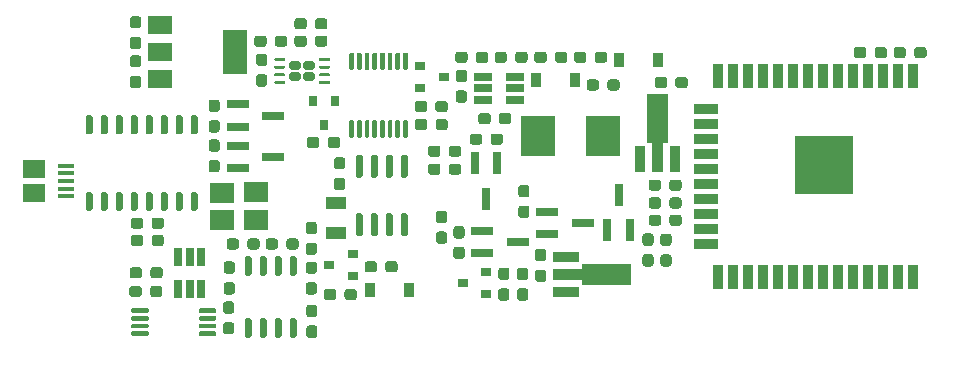
<source format=gbr>
G04 #@! TF.GenerationSoftware,KiCad,Pcbnew,(5.1.8)-1*
G04 #@! TF.CreationDate,2020-12-07T15:13:13+01:00*
G04 #@! TF.ProjectId,SuperPower-uC-KiCad,53757065-7250-46f7-9765-722d75432d4b,rev?*
G04 #@! TF.SameCoordinates,Original*
G04 #@! TF.FileFunction,Paste,Top*
G04 #@! TF.FilePolarity,Positive*
%FSLAX46Y46*%
G04 Gerber Fmt 4.6, Leading zero omitted, Abs format (unit mm)*
G04 Created by KiCad (PCBNEW (5.1.8)-1) date 2020-12-07 15:13:13*
%MOMM*%
%LPD*%
G01*
G04 APERTURE LIST*
%ADD10R,0.900000X1.200000*%
%ADD11R,1.900000X0.800000*%
%ADD12R,0.800000X0.900000*%
%ADD13R,2.100000X1.800000*%
%ADD14R,1.900000X1.500000*%
%ADD15R,1.350000X0.400000*%
%ADD16R,2.950000X3.500000*%
%ADD17R,1.800000X1.000000*%
%ADD18R,0.900000X2.000000*%
%ADD19R,2.000000X0.900000*%
%ADD20R,5.000000X5.000000*%
%ADD21C,0.100000*%
%ADD22R,0.900000X2.300000*%
%ADD23R,2.300000X0.900000*%
%ADD24R,1.560000X0.650000*%
%ADD25R,0.800000X1.900000*%
%ADD26R,2.000000X1.500000*%
%ADD27R,2.000000X3.800000*%
%ADD28R,0.650000X1.560000*%
%ADD29R,0.900000X0.800000*%
G04 APERTURE END LIST*
D10*
X156335000Y-99340200D03*
X153035000Y-99340200D03*
X135303800Y-118771200D03*
X132003800Y-118771200D03*
G36*
G01*
X124197600Y-114672900D02*
X124197600Y-115147900D01*
G75*
G02*
X123960100Y-115385400I-237500J0D01*
G01*
X123385100Y-115385400D01*
G75*
G02*
X123147600Y-115147900I0J237500D01*
G01*
X123147600Y-114672900D01*
G75*
G02*
X123385100Y-114435400I237500J0D01*
G01*
X123960100Y-114435400D01*
G75*
G02*
X124197600Y-114672900I0J-237500D01*
G01*
G37*
G36*
G01*
X125947600Y-114672900D02*
X125947600Y-115147900D01*
G75*
G02*
X125710100Y-115385400I-237500J0D01*
G01*
X125135100Y-115385400D01*
G75*
G02*
X124897600Y-115147900I0J237500D01*
G01*
X124897600Y-114672900D01*
G75*
G02*
X125135100Y-114435400I237500J0D01*
G01*
X125710100Y-114435400D01*
G75*
G02*
X125947600Y-114672900I0J-237500D01*
G01*
G37*
G36*
G01*
X127702800Y-106087700D02*
X127702800Y-106562700D01*
G75*
G02*
X127465300Y-106800200I-237500J0D01*
G01*
X126890300Y-106800200D01*
G75*
G02*
X126652800Y-106562700I0J237500D01*
G01*
X126652800Y-106087700D01*
G75*
G02*
X126890300Y-105850200I237500J0D01*
G01*
X127465300Y-105850200D01*
G75*
G02*
X127702800Y-106087700I0J-237500D01*
G01*
G37*
G36*
G01*
X129452800Y-106087700D02*
X129452800Y-106562700D01*
G75*
G02*
X129215300Y-106800200I-237500J0D01*
G01*
X128640300Y-106800200D01*
G75*
G02*
X128402800Y-106562700I0J237500D01*
G01*
X128402800Y-106087700D01*
G75*
G02*
X128640300Y-105850200I237500J0D01*
G01*
X129215300Y-105850200D01*
G75*
G02*
X129452800Y-106087700I0J-237500D01*
G01*
G37*
G36*
G01*
X139284700Y-115147400D02*
X139759700Y-115147400D01*
G75*
G02*
X139997200Y-115384900I0J-237500D01*
G01*
X139997200Y-115959900D01*
G75*
G02*
X139759700Y-116197400I-237500J0D01*
G01*
X139284700Y-116197400D01*
G75*
G02*
X139047200Y-115959900I0J237500D01*
G01*
X139047200Y-115384900D01*
G75*
G02*
X139284700Y-115147400I237500J0D01*
G01*
G37*
G36*
G01*
X139284700Y-113397400D02*
X139759700Y-113397400D01*
G75*
G02*
X139997200Y-113634900I0J-237500D01*
G01*
X139997200Y-114209900D01*
G75*
G02*
X139759700Y-114447400I-237500J0D01*
G01*
X139284700Y-114447400D01*
G75*
G02*
X139047200Y-114209900I0J237500D01*
G01*
X139047200Y-113634900D01*
G75*
G02*
X139284700Y-113397400I237500J0D01*
G01*
G37*
G36*
G01*
X120895600Y-114672900D02*
X120895600Y-115147900D01*
G75*
G02*
X120658100Y-115385400I-237500J0D01*
G01*
X120083100Y-115385400D01*
G75*
G02*
X119845600Y-115147900I0J237500D01*
G01*
X119845600Y-114672900D01*
G75*
G02*
X120083100Y-114435400I237500J0D01*
G01*
X120658100Y-114435400D01*
G75*
G02*
X120895600Y-114672900I0J-237500D01*
G01*
G37*
G36*
G01*
X122645600Y-114672900D02*
X122645600Y-115147900D01*
G75*
G02*
X122408100Y-115385400I-237500J0D01*
G01*
X121833100Y-115385400D01*
G75*
G02*
X121595600Y-115147900I0J237500D01*
G01*
X121595600Y-114672900D01*
G75*
G02*
X121833100Y-114435400I237500J0D01*
G01*
X122408100Y-114435400D01*
G75*
G02*
X122645600Y-114672900I0J-237500D01*
G01*
G37*
G36*
G01*
X145246100Y-110965000D02*
X144771100Y-110965000D01*
G75*
G02*
X144533600Y-110727500I0J237500D01*
G01*
X144533600Y-110152500D01*
G75*
G02*
X144771100Y-109915000I237500J0D01*
G01*
X145246100Y-109915000D01*
G75*
G02*
X145483600Y-110152500I0J-237500D01*
G01*
X145483600Y-110727500D01*
G75*
G02*
X145246100Y-110965000I-237500J0D01*
G01*
G37*
G36*
G01*
X145246100Y-112715000D02*
X144771100Y-112715000D01*
G75*
G02*
X144533600Y-112477500I0J237500D01*
G01*
X144533600Y-111902500D01*
G75*
G02*
X144771100Y-111665000I237500J0D01*
G01*
X145246100Y-111665000D01*
G75*
G02*
X145483600Y-111902500I0J-237500D01*
G01*
X145483600Y-112477500D01*
G75*
G02*
X145246100Y-112715000I-237500J0D01*
G01*
G37*
G36*
G01*
X138286500Y-113149400D02*
X137811500Y-113149400D01*
G75*
G02*
X137574000Y-112911900I0J237500D01*
G01*
X137574000Y-112336900D01*
G75*
G02*
X137811500Y-112099400I237500J0D01*
G01*
X138286500Y-112099400D01*
G75*
G02*
X138524000Y-112336900I0J-237500D01*
G01*
X138524000Y-112911900D01*
G75*
G02*
X138286500Y-113149400I-237500J0D01*
G01*
G37*
G36*
G01*
X138286500Y-114899400D02*
X137811500Y-114899400D01*
G75*
G02*
X137574000Y-114661900I0J237500D01*
G01*
X137574000Y-114086900D01*
G75*
G02*
X137811500Y-113849400I237500J0D01*
G01*
X138286500Y-113849400D01*
G75*
G02*
X138524000Y-114086900I0J-237500D01*
G01*
X138524000Y-114661900D01*
G75*
G02*
X138286500Y-114899400I-237500J0D01*
G01*
G37*
G36*
G01*
X142208800Y-104055700D02*
X142208800Y-104530700D01*
G75*
G02*
X141971300Y-104768200I-237500J0D01*
G01*
X141396300Y-104768200D01*
G75*
G02*
X141158800Y-104530700I0J237500D01*
G01*
X141158800Y-104055700D01*
G75*
G02*
X141396300Y-103818200I237500J0D01*
G01*
X141971300Y-103818200D01*
G75*
G02*
X142208800Y-104055700I0J-237500D01*
G01*
G37*
G36*
G01*
X143958800Y-104055700D02*
X143958800Y-104530700D01*
G75*
G02*
X143721300Y-104768200I-237500J0D01*
G01*
X143146300Y-104768200D01*
G75*
G02*
X142908800Y-104530700I0J237500D01*
G01*
X142908800Y-104055700D01*
G75*
G02*
X143146300Y-103818200I237500J0D01*
G01*
X143721300Y-103818200D01*
G75*
G02*
X143958800Y-104055700I0J-237500D01*
G01*
G37*
G36*
G01*
X155761700Y-115068400D02*
X155286700Y-115068400D01*
G75*
G02*
X155049200Y-114830900I0J237500D01*
G01*
X155049200Y-114255900D01*
G75*
G02*
X155286700Y-114018400I237500J0D01*
G01*
X155761700Y-114018400D01*
G75*
G02*
X155999200Y-114255900I0J-237500D01*
G01*
X155999200Y-114830900D01*
G75*
G02*
X155761700Y-115068400I-237500J0D01*
G01*
G37*
G36*
G01*
X155761700Y-116818400D02*
X155286700Y-116818400D01*
G75*
G02*
X155049200Y-116580900I0J237500D01*
G01*
X155049200Y-116005900D01*
G75*
G02*
X155286700Y-115768400I237500J0D01*
G01*
X155761700Y-115768400D01*
G75*
G02*
X155999200Y-116005900I0J-237500D01*
G01*
X155999200Y-116580900D01*
G75*
G02*
X155761700Y-116818400I-237500J0D01*
G01*
G37*
G36*
G01*
X156810700Y-115779800D02*
X157285700Y-115779800D01*
G75*
G02*
X157523200Y-116017300I0J-237500D01*
G01*
X157523200Y-116592300D01*
G75*
G02*
X157285700Y-116829800I-237500J0D01*
G01*
X156810700Y-116829800D01*
G75*
G02*
X156573200Y-116592300I0J237500D01*
G01*
X156573200Y-116017300D01*
G75*
G02*
X156810700Y-115779800I237500J0D01*
G01*
G37*
G36*
G01*
X156810700Y-114029800D02*
X157285700Y-114029800D01*
G75*
G02*
X157523200Y-114267300I0J-237500D01*
G01*
X157523200Y-114842300D01*
G75*
G02*
X157285700Y-115079800I-237500J0D01*
G01*
X156810700Y-115079800D01*
G75*
G02*
X156573200Y-114842300I0J237500D01*
G01*
X156573200Y-114267300D01*
G75*
G02*
X156810700Y-114029800I237500J0D01*
G01*
G37*
D11*
X149989800Y-113147600D03*
X146989800Y-114097600D03*
X146989800Y-112197600D03*
D12*
X128107400Y-104820000D03*
X127157400Y-102820000D03*
X129057400Y-102820000D03*
D11*
X123777000Y-107559600D03*
X120777000Y-108509600D03*
X120777000Y-106609600D03*
X123777000Y-104039200D03*
X120777000Y-104989200D03*
X120777000Y-103089200D03*
G36*
G01*
X136835400Y-104563700D02*
X136835400Y-105038700D01*
G75*
G02*
X136597900Y-105276200I-237500J0D01*
G01*
X136022900Y-105276200D01*
G75*
G02*
X135785400Y-105038700I0J237500D01*
G01*
X135785400Y-104563700D01*
G75*
G02*
X136022900Y-104326200I237500J0D01*
G01*
X136597900Y-104326200D01*
G75*
G02*
X136835400Y-104563700I0J-237500D01*
G01*
G37*
G36*
G01*
X138585400Y-104563700D02*
X138585400Y-105038700D01*
G75*
G02*
X138347900Y-105276200I-237500J0D01*
G01*
X137772900Y-105276200D01*
G75*
G02*
X137535400Y-105038700I0J237500D01*
G01*
X137535400Y-104563700D01*
G75*
G02*
X137772900Y-104326200I237500J0D01*
G01*
X138347900Y-104326200D01*
G75*
G02*
X138585400Y-104563700I0J-237500D01*
G01*
G37*
G36*
G01*
X157144000Y-101007700D02*
X157144000Y-101482700D01*
G75*
G02*
X156906500Y-101720200I-237500J0D01*
G01*
X156331500Y-101720200D01*
G75*
G02*
X156094000Y-101482700I0J237500D01*
G01*
X156094000Y-101007700D01*
G75*
G02*
X156331500Y-100770200I237500J0D01*
G01*
X156906500Y-100770200D01*
G75*
G02*
X157144000Y-101007700I0J-237500D01*
G01*
G37*
G36*
G01*
X158894000Y-101007700D02*
X158894000Y-101482700D01*
G75*
G02*
X158656500Y-101720200I-237500J0D01*
G01*
X158081500Y-101720200D01*
G75*
G02*
X157844000Y-101482700I0J237500D01*
G01*
X157844000Y-101007700D01*
G75*
G02*
X158081500Y-100770200I237500J0D01*
G01*
X158656500Y-100770200D01*
G75*
G02*
X158894000Y-101007700I0J-237500D01*
G01*
G37*
G36*
G01*
X136824000Y-103039700D02*
X136824000Y-103514700D01*
G75*
G02*
X136586500Y-103752200I-237500J0D01*
G01*
X136011500Y-103752200D01*
G75*
G02*
X135774000Y-103514700I0J237500D01*
G01*
X135774000Y-103039700D01*
G75*
G02*
X136011500Y-102802200I237500J0D01*
G01*
X136586500Y-102802200D01*
G75*
G02*
X136824000Y-103039700I0J-237500D01*
G01*
G37*
G36*
G01*
X138574000Y-103039700D02*
X138574000Y-103514700D01*
G75*
G02*
X138336500Y-103752200I-237500J0D01*
G01*
X137761500Y-103752200D01*
G75*
G02*
X137524000Y-103514700I0J237500D01*
G01*
X137524000Y-103039700D01*
G75*
G02*
X137761500Y-102802200I237500J0D01*
G01*
X138336500Y-102802200D01*
G75*
G02*
X138574000Y-103039700I0J-237500D01*
G01*
G37*
D13*
X122331000Y-112846000D03*
X119431000Y-110553000D03*
X119431000Y-112839000D03*
X122331000Y-110546000D03*
D10*
X146024600Y-101042000D03*
X149324600Y-101042000D03*
D14*
X103537500Y-108585000D03*
D15*
X106237500Y-109585000D03*
X106237500Y-110235000D03*
X106237500Y-110885000D03*
X106237500Y-108285000D03*
X106237500Y-108935000D03*
D14*
X103537500Y-110585000D03*
D16*
X146227800Y-105766400D03*
X151677800Y-105766400D03*
D17*
X129095500Y-113942500D03*
X129095500Y-111442500D03*
D18*
X177927000Y-117729000D03*
X176657000Y-117729000D03*
X175387000Y-117729000D03*
X174117000Y-117729000D03*
X172847000Y-117729000D03*
X171577000Y-117729000D03*
X170307000Y-117729000D03*
X169037000Y-117729000D03*
X167767000Y-117729000D03*
X166497000Y-117729000D03*
X165227000Y-117729000D03*
X163957000Y-117729000D03*
X162687000Y-117729000D03*
X161417000Y-117729000D03*
D19*
X160417000Y-114944000D03*
X160417000Y-113674000D03*
X160417000Y-112404000D03*
X160417000Y-111134000D03*
X160417000Y-109864000D03*
X160417000Y-108594000D03*
X160417000Y-107324000D03*
X160417000Y-106054000D03*
X160417000Y-104784000D03*
X160417000Y-103514000D03*
D18*
X161417000Y-100729000D03*
X162687000Y-100729000D03*
X163957000Y-100729000D03*
X165227000Y-100729000D03*
X166497000Y-100729000D03*
X167767000Y-100729000D03*
X169037000Y-100729000D03*
X170307000Y-100729000D03*
X171577000Y-100729000D03*
X172847000Y-100729000D03*
X174117000Y-100729000D03*
X175387000Y-100729000D03*
X176657000Y-100729000D03*
X177927000Y-100729000D03*
D20*
X170427000Y-108229000D03*
D21*
G36*
X157203500Y-102237000D02*
G01*
X157203500Y-106362000D01*
X156787000Y-106362000D01*
X156787000Y-108837000D01*
X155887000Y-108837000D01*
X155887000Y-106362000D01*
X155470500Y-106362000D01*
X155470500Y-102237000D01*
X157203500Y-102237000D01*
G37*
D22*
X157837000Y-107687000D03*
X154837000Y-107687000D03*
D21*
G36*
X154049000Y-118341500D02*
G01*
X149924000Y-118341500D01*
X149924000Y-117925000D01*
X147449000Y-117925000D01*
X147449000Y-117025000D01*
X149924000Y-117025000D01*
X149924000Y-116608500D01*
X154049000Y-116608500D01*
X154049000Y-118341500D01*
G37*
D23*
X148599000Y-118975000D03*
X148599000Y-115975000D03*
D24*
X141554200Y-101729500D03*
X141554200Y-102679500D03*
X141554200Y-100779500D03*
X144254200Y-100779500D03*
X144254200Y-101729500D03*
X144254200Y-102679500D03*
G36*
G01*
X134890000Y-104428500D02*
X135090000Y-104428500D01*
G75*
G02*
X135190000Y-104528500I0J-100000D01*
G01*
X135190000Y-105803500D01*
G75*
G02*
X135090000Y-105903500I-100000J0D01*
G01*
X134890000Y-105903500D01*
G75*
G02*
X134790000Y-105803500I0J100000D01*
G01*
X134790000Y-104528500D01*
G75*
G02*
X134890000Y-104428500I100000J0D01*
G01*
G37*
G36*
G01*
X134240000Y-104428500D02*
X134440000Y-104428500D01*
G75*
G02*
X134540000Y-104528500I0J-100000D01*
G01*
X134540000Y-105803500D01*
G75*
G02*
X134440000Y-105903500I-100000J0D01*
G01*
X134240000Y-105903500D01*
G75*
G02*
X134140000Y-105803500I0J100000D01*
G01*
X134140000Y-104528500D01*
G75*
G02*
X134240000Y-104428500I100000J0D01*
G01*
G37*
G36*
G01*
X133590000Y-104428500D02*
X133790000Y-104428500D01*
G75*
G02*
X133890000Y-104528500I0J-100000D01*
G01*
X133890000Y-105803500D01*
G75*
G02*
X133790000Y-105903500I-100000J0D01*
G01*
X133590000Y-105903500D01*
G75*
G02*
X133490000Y-105803500I0J100000D01*
G01*
X133490000Y-104528500D01*
G75*
G02*
X133590000Y-104428500I100000J0D01*
G01*
G37*
G36*
G01*
X132940000Y-104428500D02*
X133140000Y-104428500D01*
G75*
G02*
X133240000Y-104528500I0J-100000D01*
G01*
X133240000Y-105803500D01*
G75*
G02*
X133140000Y-105903500I-100000J0D01*
G01*
X132940000Y-105903500D01*
G75*
G02*
X132840000Y-105803500I0J100000D01*
G01*
X132840000Y-104528500D01*
G75*
G02*
X132940000Y-104428500I100000J0D01*
G01*
G37*
G36*
G01*
X132290000Y-104428500D02*
X132490000Y-104428500D01*
G75*
G02*
X132590000Y-104528500I0J-100000D01*
G01*
X132590000Y-105803500D01*
G75*
G02*
X132490000Y-105903500I-100000J0D01*
G01*
X132290000Y-105903500D01*
G75*
G02*
X132190000Y-105803500I0J100000D01*
G01*
X132190000Y-104528500D01*
G75*
G02*
X132290000Y-104428500I100000J0D01*
G01*
G37*
G36*
G01*
X131640000Y-104428500D02*
X131840000Y-104428500D01*
G75*
G02*
X131940000Y-104528500I0J-100000D01*
G01*
X131940000Y-105803500D01*
G75*
G02*
X131840000Y-105903500I-100000J0D01*
G01*
X131640000Y-105903500D01*
G75*
G02*
X131540000Y-105803500I0J100000D01*
G01*
X131540000Y-104528500D01*
G75*
G02*
X131640000Y-104428500I100000J0D01*
G01*
G37*
G36*
G01*
X130990000Y-104428500D02*
X131190000Y-104428500D01*
G75*
G02*
X131290000Y-104528500I0J-100000D01*
G01*
X131290000Y-105803500D01*
G75*
G02*
X131190000Y-105903500I-100000J0D01*
G01*
X130990000Y-105903500D01*
G75*
G02*
X130890000Y-105803500I0J100000D01*
G01*
X130890000Y-104528500D01*
G75*
G02*
X130990000Y-104428500I100000J0D01*
G01*
G37*
G36*
G01*
X130340000Y-104428500D02*
X130540000Y-104428500D01*
G75*
G02*
X130640000Y-104528500I0J-100000D01*
G01*
X130640000Y-105803500D01*
G75*
G02*
X130540000Y-105903500I-100000J0D01*
G01*
X130340000Y-105903500D01*
G75*
G02*
X130240000Y-105803500I0J100000D01*
G01*
X130240000Y-104528500D01*
G75*
G02*
X130340000Y-104428500I100000J0D01*
G01*
G37*
G36*
G01*
X130340000Y-98703500D02*
X130540000Y-98703500D01*
G75*
G02*
X130640000Y-98803500I0J-100000D01*
G01*
X130640000Y-100078500D01*
G75*
G02*
X130540000Y-100178500I-100000J0D01*
G01*
X130340000Y-100178500D01*
G75*
G02*
X130240000Y-100078500I0J100000D01*
G01*
X130240000Y-98803500D01*
G75*
G02*
X130340000Y-98703500I100000J0D01*
G01*
G37*
G36*
G01*
X130990000Y-98703500D02*
X131190000Y-98703500D01*
G75*
G02*
X131290000Y-98803500I0J-100000D01*
G01*
X131290000Y-100078500D01*
G75*
G02*
X131190000Y-100178500I-100000J0D01*
G01*
X130990000Y-100178500D01*
G75*
G02*
X130890000Y-100078500I0J100000D01*
G01*
X130890000Y-98803500D01*
G75*
G02*
X130990000Y-98703500I100000J0D01*
G01*
G37*
G36*
G01*
X131640000Y-98703500D02*
X131840000Y-98703500D01*
G75*
G02*
X131940000Y-98803500I0J-100000D01*
G01*
X131940000Y-100078500D01*
G75*
G02*
X131840000Y-100178500I-100000J0D01*
G01*
X131640000Y-100178500D01*
G75*
G02*
X131540000Y-100078500I0J100000D01*
G01*
X131540000Y-98803500D01*
G75*
G02*
X131640000Y-98703500I100000J0D01*
G01*
G37*
G36*
G01*
X132290000Y-98703500D02*
X132490000Y-98703500D01*
G75*
G02*
X132590000Y-98803500I0J-100000D01*
G01*
X132590000Y-100078500D01*
G75*
G02*
X132490000Y-100178500I-100000J0D01*
G01*
X132290000Y-100178500D01*
G75*
G02*
X132190000Y-100078500I0J100000D01*
G01*
X132190000Y-98803500D01*
G75*
G02*
X132290000Y-98703500I100000J0D01*
G01*
G37*
G36*
G01*
X132940000Y-98703500D02*
X133140000Y-98703500D01*
G75*
G02*
X133240000Y-98803500I0J-100000D01*
G01*
X133240000Y-100078500D01*
G75*
G02*
X133140000Y-100178500I-100000J0D01*
G01*
X132940000Y-100178500D01*
G75*
G02*
X132840000Y-100078500I0J100000D01*
G01*
X132840000Y-98803500D01*
G75*
G02*
X132940000Y-98703500I100000J0D01*
G01*
G37*
G36*
G01*
X133590000Y-98703500D02*
X133790000Y-98703500D01*
G75*
G02*
X133890000Y-98803500I0J-100000D01*
G01*
X133890000Y-100078500D01*
G75*
G02*
X133790000Y-100178500I-100000J0D01*
G01*
X133590000Y-100178500D01*
G75*
G02*
X133490000Y-100078500I0J100000D01*
G01*
X133490000Y-98803500D01*
G75*
G02*
X133590000Y-98703500I100000J0D01*
G01*
G37*
G36*
G01*
X134240000Y-98703500D02*
X134440000Y-98703500D01*
G75*
G02*
X134540000Y-98803500I0J-100000D01*
G01*
X134540000Y-100078500D01*
G75*
G02*
X134440000Y-100178500I-100000J0D01*
G01*
X134240000Y-100178500D01*
G75*
G02*
X134140000Y-100078500I0J100000D01*
G01*
X134140000Y-98803500D01*
G75*
G02*
X134240000Y-98703500I100000J0D01*
G01*
G37*
G36*
G01*
X134890000Y-98703500D02*
X135090000Y-98703500D01*
G75*
G02*
X135190000Y-98803500I0J-100000D01*
G01*
X135190000Y-100078500D01*
G75*
G02*
X135090000Y-100178500I-100000J0D01*
G01*
X134890000Y-100178500D01*
G75*
G02*
X134790000Y-100078500I0J100000D01*
G01*
X134790000Y-98803500D01*
G75*
G02*
X134890000Y-98703500I100000J0D01*
G01*
G37*
D25*
X141798000Y-111077000D03*
X140848000Y-108077000D03*
X142748000Y-108077000D03*
G36*
G01*
X131214000Y-109306000D02*
X130914000Y-109306000D01*
G75*
G02*
X130764000Y-109156000I0J150000D01*
G01*
X130764000Y-107506000D01*
G75*
G02*
X130914000Y-107356000I150000J0D01*
G01*
X131214000Y-107356000D01*
G75*
G02*
X131364000Y-107506000I0J-150000D01*
G01*
X131364000Y-109156000D01*
G75*
G02*
X131214000Y-109306000I-150000J0D01*
G01*
G37*
G36*
G01*
X132484000Y-109306000D02*
X132184000Y-109306000D01*
G75*
G02*
X132034000Y-109156000I0J150000D01*
G01*
X132034000Y-107506000D01*
G75*
G02*
X132184000Y-107356000I150000J0D01*
G01*
X132484000Y-107356000D01*
G75*
G02*
X132634000Y-107506000I0J-150000D01*
G01*
X132634000Y-109156000D01*
G75*
G02*
X132484000Y-109306000I-150000J0D01*
G01*
G37*
G36*
G01*
X133754000Y-109306000D02*
X133454000Y-109306000D01*
G75*
G02*
X133304000Y-109156000I0J150000D01*
G01*
X133304000Y-107506000D01*
G75*
G02*
X133454000Y-107356000I150000J0D01*
G01*
X133754000Y-107356000D01*
G75*
G02*
X133904000Y-107506000I0J-150000D01*
G01*
X133904000Y-109156000D01*
G75*
G02*
X133754000Y-109306000I-150000J0D01*
G01*
G37*
G36*
G01*
X135024000Y-109306000D02*
X134724000Y-109306000D01*
G75*
G02*
X134574000Y-109156000I0J150000D01*
G01*
X134574000Y-107506000D01*
G75*
G02*
X134724000Y-107356000I150000J0D01*
G01*
X135024000Y-107356000D01*
G75*
G02*
X135174000Y-107506000I0J-150000D01*
G01*
X135174000Y-109156000D01*
G75*
G02*
X135024000Y-109306000I-150000J0D01*
G01*
G37*
G36*
G01*
X135024000Y-114256000D02*
X134724000Y-114256000D01*
G75*
G02*
X134574000Y-114106000I0J150000D01*
G01*
X134574000Y-112456000D01*
G75*
G02*
X134724000Y-112306000I150000J0D01*
G01*
X135024000Y-112306000D01*
G75*
G02*
X135174000Y-112456000I0J-150000D01*
G01*
X135174000Y-114106000D01*
G75*
G02*
X135024000Y-114256000I-150000J0D01*
G01*
G37*
G36*
G01*
X133754000Y-114256000D02*
X133454000Y-114256000D01*
G75*
G02*
X133304000Y-114106000I0J150000D01*
G01*
X133304000Y-112456000D01*
G75*
G02*
X133454000Y-112306000I150000J0D01*
G01*
X133754000Y-112306000D01*
G75*
G02*
X133904000Y-112456000I0J-150000D01*
G01*
X133904000Y-114106000D01*
G75*
G02*
X133754000Y-114256000I-150000J0D01*
G01*
G37*
G36*
G01*
X132484000Y-114256000D02*
X132184000Y-114256000D01*
G75*
G02*
X132034000Y-114106000I0J150000D01*
G01*
X132034000Y-112456000D01*
G75*
G02*
X132184000Y-112306000I150000J0D01*
G01*
X132484000Y-112306000D01*
G75*
G02*
X132634000Y-112456000I0J-150000D01*
G01*
X132634000Y-114106000D01*
G75*
G02*
X132484000Y-114256000I-150000J0D01*
G01*
G37*
G36*
G01*
X131214000Y-114256000D02*
X130914000Y-114256000D01*
G75*
G02*
X130764000Y-114106000I0J150000D01*
G01*
X130764000Y-112456000D01*
G75*
G02*
X130914000Y-112306000I150000J0D01*
G01*
X131214000Y-112306000D01*
G75*
G02*
X131364000Y-112456000I0J-150000D01*
G01*
X131364000Y-114106000D01*
G75*
G02*
X131214000Y-114256000I-150000J0D01*
G01*
G37*
D26*
X114223000Y-96379000D03*
X114223000Y-100979000D03*
X114223000Y-98679000D03*
D27*
X120523000Y-98679000D03*
G36*
G01*
X108354000Y-105627000D02*
X108054000Y-105627000D01*
G75*
G02*
X107904000Y-105477000I0J150000D01*
G01*
X107904000Y-104177000D01*
G75*
G02*
X108054000Y-104027000I150000J0D01*
G01*
X108354000Y-104027000D01*
G75*
G02*
X108504000Y-104177000I0J-150000D01*
G01*
X108504000Y-105477000D01*
G75*
G02*
X108354000Y-105627000I-150000J0D01*
G01*
G37*
G36*
G01*
X109624000Y-105627000D02*
X109324000Y-105627000D01*
G75*
G02*
X109174000Y-105477000I0J150000D01*
G01*
X109174000Y-104177000D01*
G75*
G02*
X109324000Y-104027000I150000J0D01*
G01*
X109624000Y-104027000D01*
G75*
G02*
X109774000Y-104177000I0J-150000D01*
G01*
X109774000Y-105477000D01*
G75*
G02*
X109624000Y-105627000I-150000J0D01*
G01*
G37*
G36*
G01*
X110894000Y-105627000D02*
X110594000Y-105627000D01*
G75*
G02*
X110444000Y-105477000I0J150000D01*
G01*
X110444000Y-104177000D01*
G75*
G02*
X110594000Y-104027000I150000J0D01*
G01*
X110894000Y-104027000D01*
G75*
G02*
X111044000Y-104177000I0J-150000D01*
G01*
X111044000Y-105477000D01*
G75*
G02*
X110894000Y-105627000I-150000J0D01*
G01*
G37*
G36*
G01*
X112164000Y-105627000D02*
X111864000Y-105627000D01*
G75*
G02*
X111714000Y-105477000I0J150000D01*
G01*
X111714000Y-104177000D01*
G75*
G02*
X111864000Y-104027000I150000J0D01*
G01*
X112164000Y-104027000D01*
G75*
G02*
X112314000Y-104177000I0J-150000D01*
G01*
X112314000Y-105477000D01*
G75*
G02*
X112164000Y-105627000I-150000J0D01*
G01*
G37*
G36*
G01*
X113434000Y-105627000D02*
X113134000Y-105627000D01*
G75*
G02*
X112984000Y-105477000I0J150000D01*
G01*
X112984000Y-104177000D01*
G75*
G02*
X113134000Y-104027000I150000J0D01*
G01*
X113434000Y-104027000D01*
G75*
G02*
X113584000Y-104177000I0J-150000D01*
G01*
X113584000Y-105477000D01*
G75*
G02*
X113434000Y-105627000I-150000J0D01*
G01*
G37*
G36*
G01*
X114704000Y-105627000D02*
X114404000Y-105627000D01*
G75*
G02*
X114254000Y-105477000I0J150000D01*
G01*
X114254000Y-104177000D01*
G75*
G02*
X114404000Y-104027000I150000J0D01*
G01*
X114704000Y-104027000D01*
G75*
G02*
X114854000Y-104177000I0J-150000D01*
G01*
X114854000Y-105477000D01*
G75*
G02*
X114704000Y-105627000I-150000J0D01*
G01*
G37*
G36*
G01*
X115974000Y-105627000D02*
X115674000Y-105627000D01*
G75*
G02*
X115524000Y-105477000I0J150000D01*
G01*
X115524000Y-104177000D01*
G75*
G02*
X115674000Y-104027000I150000J0D01*
G01*
X115974000Y-104027000D01*
G75*
G02*
X116124000Y-104177000I0J-150000D01*
G01*
X116124000Y-105477000D01*
G75*
G02*
X115974000Y-105627000I-150000J0D01*
G01*
G37*
G36*
G01*
X117244000Y-105627000D02*
X116944000Y-105627000D01*
G75*
G02*
X116794000Y-105477000I0J150000D01*
G01*
X116794000Y-104177000D01*
G75*
G02*
X116944000Y-104027000I150000J0D01*
G01*
X117244000Y-104027000D01*
G75*
G02*
X117394000Y-104177000I0J-150000D01*
G01*
X117394000Y-105477000D01*
G75*
G02*
X117244000Y-105627000I-150000J0D01*
G01*
G37*
G36*
G01*
X117244000Y-112127000D02*
X116944000Y-112127000D01*
G75*
G02*
X116794000Y-111977000I0J150000D01*
G01*
X116794000Y-110677000D01*
G75*
G02*
X116944000Y-110527000I150000J0D01*
G01*
X117244000Y-110527000D01*
G75*
G02*
X117394000Y-110677000I0J-150000D01*
G01*
X117394000Y-111977000D01*
G75*
G02*
X117244000Y-112127000I-150000J0D01*
G01*
G37*
G36*
G01*
X115974000Y-112127000D02*
X115674000Y-112127000D01*
G75*
G02*
X115524000Y-111977000I0J150000D01*
G01*
X115524000Y-110677000D01*
G75*
G02*
X115674000Y-110527000I150000J0D01*
G01*
X115974000Y-110527000D01*
G75*
G02*
X116124000Y-110677000I0J-150000D01*
G01*
X116124000Y-111977000D01*
G75*
G02*
X115974000Y-112127000I-150000J0D01*
G01*
G37*
G36*
G01*
X114704000Y-112127000D02*
X114404000Y-112127000D01*
G75*
G02*
X114254000Y-111977000I0J150000D01*
G01*
X114254000Y-110677000D01*
G75*
G02*
X114404000Y-110527000I150000J0D01*
G01*
X114704000Y-110527000D01*
G75*
G02*
X114854000Y-110677000I0J-150000D01*
G01*
X114854000Y-111977000D01*
G75*
G02*
X114704000Y-112127000I-150000J0D01*
G01*
G37*
G36*
G01*
X113434000Y-112127000D02*
X113134000Y-112127000D01*
G75*
G02*
X112984000Y-111977000I0J150000D01*
G01*
X112984000Y-110677000D01*
G75*
G02*
X113134000Y-110527000I150000J0D01*
G01*
X113434000Y-110527000D01*
G75*
G02*
X113584000Y-110677000I0J-150000D01*
G01*
X113584000Y-111977000D01*
G75*
G02*
X113434000Y-112127000I-150000J0D01*
G01*
G37*
G36*
G01*
X112164000Y-112127000D02*
X111864000Y-112127000D01*
G75*
G02*
X111714000Y-111977000I0J150000D01*
G01*
X111714000Y-110677000D01*
G75*
G02*
X111864000Y-110527000I150000J0D01*
G01*
X112164000Y-110527000D01*
G75*
G02*
X112314000Y-110677000I0J-150000D01*
G01*
X112314000Y-111977000D01*
G75*
G02*
X112164000Y-112127000I-150000J0D01*
G01*
G37*
G36*
G01*
X110894000Y-112127000D02*
X110594000Y-112127000D01*
G75*
G02*
X110444000Y-111977000I0J150000D01*
G01*
X110444000Y-110677000D01*
G75*
G02*
X110594000Y-110527000I150000J0D01*
G01*
X110894000Y-110527000D01*
G75*
G02*
X111044000Y-110677000I0J-150000D01*
G01*
X111044000Y-111977000D01*
G75*
G02*
X110894000Y-112127000I-150000J0D01*
G01*
G37*
G36*
G01*
X109624000Y-112127000D02*
X109324000Y-112127000D01*
G75*
G02*
X109174000Y-111977000I0J150000D01*
G01*
X109174000Y-110677000D01*
G75*
G02*
X109324000Y-110527000I150000J0D01*
G01*
X109624000Y-110527000D01*
G75*
G02*
X109774000Y-110677000I0J-150000D01*
G01*
X109774000Y-111977000D01*
G75*
G02*
X109624000Y-112127000I-150000J0D01*
G01*
G37*
G36*
G01*
X108354000Y-112127000D02*
X108054000Y-112127000D01*
G75*
G02*
X107904000Y-111977000I0J150000D01*
G01*
X107904000Y-110677000D01*
G75*
G02*
X108054000Y-110527000I150000J0D01*
G01*
X108354000Y-110527000D01*
G75*
G02*
X108504000Y-110677000I0J-150000D01*
G01*
X108504000Y-111977000D01*
G75*
G02*
X108354000Y-112127000I-150000J0D01*
G01*
G37*
G36*
G01*
X125326000Y-121201500D02*
X125626000Y-121201500D01*
G75*
G02*
X125776000Y-121351500I0J-150000D01*
G01*
X125776000Y-122701500D01*
G75*
G02*
X125626000Y-122851500I-150000J0D01*
G01*
X125326000Y-122851500D01*
G75*
G02*
X125176000Y-122701500I0J150000D01*
G01*
X125176000Y-121351500D01*
G75*
G02*
X125326000Y-121201500I150000J0D01*
G01*
G37*
G36*
G01*
X124056000Y-121201500D02*
X124356000Y-121201500D01*
G75*
G02*
X124506000Y-121351500I0J-150000D01*
G01*
X124506000Y-122701500D01*
G75*
G02*
X124356000Y-122851500I-150000J0D01*
G01*
X124056000Y-122851500D01*
G75*
G02*
X123906000Y-122701500I0J150000D01*
G01*
X123906000Y-121351500D01*
G75*
G02*
X124056000Y-121201500I150000J0D01*
G01*
G37*
G36*
G01*
X122786000Y-121201500D02*
X123086000Y-121201500D01*
G75*
G02*
X123236000Y-121351500I0J-150000D01*
G01*
X123236000Y-122701500D01*
G75*
G02*
X123086000Y-122851500I-150000J0D01*
G01*
X122786000Y-122851500D01*
G75*
G02*
X122636000Y-122701500I0J150000D01*
G01*
X122636000Y-121351500D01*
G75*
G02*
X122786000Y-121201500I150000J0D01*
G01*
G37*
G36*
G01*
X121516000Y-121201500D02*
X121816000Y-121201500D01*
G75*
G02*
X121966000Y-121351500I0J-150000D01*
G01*
X121966000Y-122701500D01*
G75*
G02*
X121816000Y-122851500I-150000J0D01*
G01*
X121516000Y-122851500D01*
G75*
G02*
X121366000Y-122701500I0J150000D01*
G01*
X121366000Y-121351500D01*
G75*
G02*
X121516000Y-121201500I150000J0D01*
G01*
G37*
G36*
G01*
X121516000Y-115951500D02*
X121816000Y-115951500D01*
G75*
G02*
X121966000Y-116101500I0J-150000D01*
G01*
X121966000Y-117451500D01*
G75*
G02*
X121816000Y-117601500I-150000J0D01*
G01*
X121516000Y-117601500D01*
G75*
G02*
X121366000Y-117451500I0J150000D01*
G01*
X121366000Y-116101500D01*
G75*
G02*
X121516000Y-115951500I150000J0D01*
G01*
G37*
G36*
G01*
X122786000Y-115951500D02*
X123086000Y-115951500D01*
G75*
G02*
X123236000Y-116101500I0J-150000D01*
G01*
X123236000Y-117451500D01*
G75*
G02*
X123086000Y-117601500I-150000J0D01*
G01*
X122786000Y-117601500D01*
G75*
G02*
X122636000Y-117451500I0J150000D01*
G01*
X122636000Y-116101500D01*
G75*
G02*
X122786000Y-115951500I150000J0D01*
G01*
G37*
G36*
G01*
X124056000Y-115951500D02*
X124356000Y-115951500D01*
G75*
G02*
X124506000Y-116101500I0J-150000D01*
G01*
X124506000Y-117451500D01*
G75*
G02*
X124356000Y-117601500I-150000J0D01*
G01*
X124056000Y-117601500D01*
G75*
G02*
X123906000Y-117451500I0J150000D01*
G01*
X123906000Y-116101500D01*
G75*
G02*
X124056000Y-115951500I150000J0D01*
G01*
G37*
G36*
G01*
X125326000Y-115951500D02*
X125626000Y-115951500D01*
G75*
G02*
X125776000Y-116101500I0J-150000D01*
G01*
X125776000Y-117451500D01*
G75*
G02*
X125626000Y-117601500I-150000J0D01*
G01*
X125326000Y-117601500D01*
G75*
G02*
X125176000Y-117451500I0J150000D01*
G01*
X125176000Y-116101500D01*
G75*
G02*
X125326000Y-115951500I150000J0D01*
G01*
G37*
G36*
G01*
X126353000Y-100899000D02*
X126353000Y-100534000D01*
G75*
G02*
X126535500Y-100351500I182500J0D01*
G01*
X127140500Y-100351500D01*
G75*
G02*
X127323000Y-100534000I0J-182500D01*
G01*
X127323000Y-100899000D01*
G75*
G02*
X127140500Y-101081500I-182500J0D01*
G01*
X126535500Y-101081500D01*
G75*
G02*
X126353000Y-100899000I0J182500D01*
G01*
G37*
G36*
G01*
X126353000Y-99999000D02*
X126353000Y-99634000D01*
G75*
G02*
X126535500Y-99451500I182500J0D01*
G01*
X127140500Y-99451500D01*
G75*
G02*
X127323000Y-99634000I0J-182500D01*
G01*
X127323000Y-99999000D01*
G75*
G02*
X127140500Y-100181500I-182500J0D01*
G01*
X126535500Y-100181500D01*
G75*
G02*
X126353000Y-99999000I0J182500D01*
G01*
G37*
G36*
G01*
X125153000Y-100899000D02*
X125153000Y-100534000D01*
G75*
G02*
X125335500Y-100351500I182500J0D01*
G01*
X125940500Y-100351500D01*
G75*
G02*
X126123000Y-100534000I0J-182500D01*
G01*
X126123000Y-100899000D01*
G75*
G02*
X125940500Y-101081500I-182500J0D01*
G01*
X125335500Y-101081500D01*
G75*
G02*
X125153000Y-100899000I0J182500D01*
G01*
G37*
G36*
G01*
X125153000Y-99999000D02*
X125153000Y-99634000D01*
G75*
G02*
X125335500Y-99451500I182500J0D01*
G01*
X125940500Y-99451500D01*
G75*
G02*
X126123000Y-99634000I0J-182500D01*
G01*
X126123000Y-99999000D01*
G75*
G02*
X125940500Y-100181500I-182500J0D01*
G01*
X125335500Y-100181500D01*
G75*
G02*
X125153000Y-99999000I0J182500D01*
G01*
G37*
G36*
G01*
X127688000Y-99354000D02*
X127688000Y-99229000D01*
G75*
G02*
X127750500Y-99166500I62500J0D01*
G01*
X128525500Y-99166500D01*
G75*
G02*
X128588000Y-99229000I0J-62500D01*
G01*
X128588000Y-99354000D01*
G75*
G02*
X128525500Y-99416500I-62500J0D01*
G01*
X127750500Y-99416500D01*
G75*
G02*
X127688000Y-99354000I0J62500D01*
G01*
G37*
G36*
G01*
X127688000Y-100004000D02*
X127688000Y-99879000D01*
G75*
G02*
X127750500Y-99816500I62500J0D01*
G01*
X128525500Y-99816500D01*
G75*
G02*
X128588000Y-99879000I0J-62500D01*
G01*
X128588000Y-100004000D01*
G75*
G02*
X128525500Y-100066500I-62500J0D01*
G01*
X127750500Y-100066500D01*
G75*
G02*
X127688000Y-100004000I0J62500D01*
G01*
G37*
G36*
G01*
X127688000Y-100654000D02*
X127688000Y-100529000D01*
G75*
G02*
X127750500Y-100466500I62500J0D01*
G01*
X128525500Y-100466500D01*
G75*
G02*
X128588000Y-100529000I0J-62500D01*
G01*
X128588000Y-100654000D01*
G75*
G02*
X128525500Y-100716500I-62500J0D01*
G01*
X127750500Y-100716500D01*
G75*
G02*
X127688000Y-100654000I0J62500D01*
G01*
G37*
G36*
G01*
X127688000Y-101304000D02*
X127688000Y-101179000D01*
G75*
G02*
X127750500Y-101116500I62500J0D01*
G01*
X128525500Y-101116500D01*
G75*
G02*
X128588000Y-101179000I0J-62500D01*
G01*
X128588000Y-101304000D01*
G75*
G02*
X128525500Y-101366500I-62500J0D01*
G01*
X127750500Y-101366500D01*
G75*
G02*
X127688000Y-101304000I0J62500D01*
G01*
G37*
G36*
G01*
X123888000Y-101304000D02*
X123888000Y-101179000D01*
G75*
G02*
X123950500Y-101116500I62500J0D01*
G01*
X124725500Y-101116500D01*
G75*
G02*
X124788000Y-101179000I0J-62500D01*
G01*
X124788000Y-101304000D01*
G75*
G02*
X124725500Y-101366500I-62500J0D01*
G01*
X123950500Y-101366500D01*
G75*
G02*
X123888000Y-101304000I0J62500D01*
G01*
G37*
G36*
G01*
X123888000Y-100654000D02*
X123888000Y-100529000D01*
G75*
G02*
X123950500Y-100466500I62500J0D01*
G01*
X124725500Y-100466500D01*
G75*
G02*
X124788000Y-100529000I0J-62500D01*
G01*
X124788000Y-100654000D01*
G75*
G02*
X124725500Y-100716500I-62500J0D01*
G01*
X123950500Y-100716500D01*
G75*
G02*
X123888000Y-100654000I0J62500D01*
G01*
G37*
G36*
G01*
X123888000Y-100004000D02*
X123888000Y-99879000D01*
G75*
G02*
X123950500Y-99816500I62500J0D01*
G01*
X124725500Y-99816500D01*
G75*
G02*
X124788000Y-99879000I0J-62500D01*
G01*
X124788000Y-100004000D01*
G75*
G02*
X124725500Y-100066500I-62500J0D01*
G01*
X123950500Y-100066500D01*
G75*
G02*
X123888000Y-100004000I0J62500D01*
G01*
G37*
G36*
G01*
X123888000Y-99354000D02*
X123888000Y-99229000D01*
G75*
G02*
X123950500Y-99166500I62500J0D01*
G01*
X124725500Y-99166500D01*
G75*
G02*
X124788000Y-99229000I0J-62500D01*
G01*
X124788000Y-99354000D01*
G75*
G02*
X124725500Y-99416500I-62500J0D01*
G01*
X123950500Y-99416500D01*
G75*
G02*
X123888000Y-99354000I0J62500D01*
G01*
G37*
G36*
G01*
X113249500Y-122414000D02*
X113249500Y-122614000D01*
G75*
G02*
X113149500Y-122714000I-100000J0D01*
G01*
X111874500Y-122714000D01*
G75*
G02*
X111774500Y-122614000I0J100000D01*
G01*
X111774500Y-122414000D01*
G75*
G02*
X111874500Y-122314000I100000J0D01*
G01*
X113149500Y-122314000D01*
G75*
G02*
X113249500Y-122414000I0J-100000D01*
G01*
G37*
G36*
G01*
X113249500Y-121764000D02*
X113249500Y-121964000D01*
G75*
G02*
X113149500Y-122064000I-100000J0D01*
G01*
X111874500Y-122064000D01*
G75*
G02*
X111774500Y-121964000I0J100000D01*
G01*
X111774500Y-121764000D01*
G75*
G02*
X111874500Y-121664000I100000J0D01*
G01*
X113149500Y-121664000D01*
G75*
G02*
X113249500Y-121764000I0J-100000D01*
G01*
G37*
G36*
G01*
X113249500Y-121114000D02*
X113249500Y-121314000D01*
G75*
G02*
X113149500Y-121414000I-100000J0D01*
G01*
X111874500Y-121414000D01*
G75*
G02*
X111774500Y-121314000I0J100000D01*
G01*
X111774500Y-121114000D01*
G75*
G02*
X111874500Y-121014000I100000J0D01*
G01*
X113149500Y-121014000D01*
G75*
G02*
X113249500Y-121114000I0J-100000D01*
G01*
G37*
G36*
G01*
X113249500Y-120464000D02*
X113249500Y-120664000D01*
G75*
G02*
X113149500Y-120764000I-100000J0D01*
G01*
X111874500Y-120764000D01*
G75*
G02*
X111774500Y-120664000I0J100000D01*
G01*
X111774500Y-120464000D01*
G75*
G02*
X111874500Y-120364000I100000J0D01*
G01*
X113149500Y-120364000D01*
G75*
G02*
X113249500Y-120464000I0J-100000D01*
G01*
G37*
G36*
G01*
X118974500Y-120464000D02*
X118974500Y-120664000D01*
G75*
G02*
X118874500Y-120764000I-100000J0D01*
G01*
X117599500Y-120764000D01*
G75*
G02*
X117499500Y-120664000I0J100000D01*
G01*
X117499500Y-120464000D01*
G75*
G02*
X117599500Y-120364000I100000J0D01*
G01*
X118874500Y-120364000D01*
G75*
G02*
X118974500Y-120464000I0J-100000D01*
G01*
G37*
G36*
G01*
X118974500Y-121114000D02*
X118974500Y-121314000D01*
G75*
G02*
X118874500Y-121414000I-100000J0D01*
G01*
X117599500Y-121414000D01*
G75*
G02*
X117499500Y-121314000I0J100000D01*
G01*
X117499500Y-121114000D01*
G75*
G02*
X117599500Y-121014000I100000J0D01*
G01*
X118874500Y-121014000D01*
G75*
G02*
X118974500Y-121114000I0J-100000D01*
G01*
G37*
G36*
G01*
X118974500Y-121764000D02*
X118974500Y-121964000D01*
G75*
G02*
X118874500Y-122064000I-100000J0D01*
G01*
X117599500Y-122064000D01*
G75*
G02*
X117499500Y-121964000I0J100000D01*
G01*
X117499500Y-121764000D01*
G75*
G02*
X117599500Y-121664000I100000J0D01*
G01*
X118874500Y-121664000D01*
G75*
G02*
X118974500Y-121764000I0J-100000D01*
G01*
G37*
G36*
G01*
X118974500Y-122414000D02*
X118974500Y-122614000D01*
G75*
G02*
X118874500Y-122714000I-100000J0D01*
G01*
X117599500Y-122714000D01*
G75*
G02*
X117499500Y-122614000I0J100000D01*
G01*
X117499500Y-122414000D01*
G75*
G02*
X117599500Y-122314000I100000J0D01*
G01*
X118874500Y-122314000D01*
G75*
G02*
X118974500Y-122414000I0J-100000D01*
G01*
G37*
D28*
X116715500Y-115981500D03*
X115765500Y-115981500D03*
X117665500Y-115981500D03*
X117665500Y-118681500D03*
X116715500Y-118681500D03*
X115765500Y-118681500D03*
G36*
G01*
X113366000Y-119173000D02*
X113366000Y-118698000D01*
G75*
G02*
X113603500Y-118460500I237500J0D01*
G01*
X114178500Y-118460500D01*
G75*
G02*
X114416000Y-118698000I0J-237500D01*
G01*
X114416000Y-119173000D01*
G75*
G02*
X114178500Y-119410500I-237500J0D01*
G01*
X113603500Y-119410500D01*
G75*
G02*
X113366000Y-119173000I0J237500D01*
G01*
G37*
G36*
G01*
X111616000Y-119173000D02*
X111616000Y-118698000D01*
G75*
G02*
X111853500Y-118460500I237500J0D01*
G01*
X112428500Y-118460500D01*
G75*
G02*
X112666000Y-118698000I0J-237500D01*
G01*
X112666000Y-119173000D01*
G75*
G02*
X112428500Y-119410500I-237500J0D01*
G01*
X111853500Y-119410500D01*
G75*
G02*
X111616000Y-119173000I0J237500D01*
G01*
G37*
G36*
G01*
X139962900Y-101211400D02*
X139487900Y-101211400D01*
G75*
G02*
X139250400Y-100973900I0J237500D01*
G01*
X139250400Y-100398900D01*
G75*
G02*
X139487900Y-100161400I237500J0D01*
G01*
X139962900Y-100161400D01*
G75*
G02*
X140200400Y-100398900I0J-237500D01*
G01*
X140200400Y-100973900D01*
G75*
G02*
X139962900Y-101211400I-237500J0D01*
G01*
G37*
G36*
G01*
X139962900Y-102961400D02*
X139487900Y-102961400D01*
G75*
G02*
X139250400Y-102723900I0J237500D01*
G01*
X139250400Y-102148900D01*
G75*
G02*
X139487900Y-101911400I237500J0D01*
G01*
X139962900Y-101911400D01*
G75*
G02*
X140200400Y-102148900I0J-237500D01*
G01*
X140200400Y-102723900D01*
G75*
G02*
X139962900Y-102961400I-237500J0D01*
G01*
G37*
G36*
G01*
X146956000Y-98874100D02*
X146956000Y-99349100D01*
G75*
G02*
X146718500Y-99586600I-237500J0D01*
G01*
X146143500Y-99586600D01*
G75*
G02*
X145906000Y-99349100I0J237500D01*
G01*
X145906000Y-98874100D01*
G75*
G02*
X146143500Y-98636600I237500J0D01*
G01*
X146718500Y-98636600D01*
G75*
G02*
X146956000Y-98874100I0J-237500D01*
G01*
G37*
G36*
G01*
X148706000Y-98874100D02*
X148706000Y-99349100D01*
G75*
G02*
X148468500Y-99586600I-237500J0D01*
G01*
X147893500Y-99586600D01*
G75*
G02*
X147656000Y-99349100I0J237500D01*
G01*
X147656000Y-98874100D01*
G75*
G02*
X147893500Y-98636600I237500J0D01*
G01*
X148468500Y-98636600D01*
G75*
G02*
X148706000Y-98874100I0J-237500D01*
G01*
G37*
G36*
G01*
X143580400Y-98874100D02*
X143580400Y-99349100D01*
G75*
G02*
X143342900Y-99586600I-237500J0D01*
G01*
X142767900Y-99586600D01*
G75*
G02*
X142530400Y-99349100I0J237500D01*
G01*
X142530400Y-98874100D01*
G75*
G02*
X142767900Y-98636600I237500J0D01*
G01*
X143342900Y-98636600D01*
G75*
G02*
X143580400Y-98874100I0J-237500D01*
G01*
G37*
G36*
G01*
X145330400Y-98874100D02*
X145330400Y-99349100D01*
G75*
G02*
X145092900Y-99586600I-237500J0D01*
G01*
X144517900Y-99586600D01*
G75*
G02*
X144280400Y-99349100I0J237500D01*
G01*
X144280400Y-98874100D01*
G75*
G02*
X144517900Y-98636600I237500J0D01*
G01*
X145092900Y-98636600D01*
G75*
G02*
X145330400Y-98874100I0J-237500D01*
G01*
G37*
G36*
G01*
X138653000Y-108822500D02*
X138653000Y-108347500D01*
G75*
G02*
X138890500Y-108110000I237500J0D01*
G01*
X139465500Y-108110000D01*
G75*
G02*
X139703000Y-108347500I0J-237500D01*
G01*
X139703000Y-108822500D01*
G75*
G02*
X139465500Y-109060000I-237500J0D01*
G01*
X138890500Y-109060000D01*
G75*
G02*
X138653000Y-108822500I0J237500D01*
G01*
G37*
G36*
G01*
X136903000Y-108822500D02*
X136903000Y-108347500D01*
G75*
G02*
X137140500Y-108110000I237500J0D01*
G01*
X137715500Y-108110000D01*
G75*
G02*
X137953000Y-108347500I0J-237500D01*
G01*
X137953000Y-108822500D01*
G75*
G02*
X137715500Y-109060000I-237500J0D01*
G01*
X137140500Y-109060000D01*
G75*
G02*
X136903000Y-108822500I0J237500D01*
G01*
G37*
G36*
G01*
X138653000Y-107298500D02*
X138653000Y-106823500D01*
G75*
G02*
X138890500Y-106586000I237500J0D01*
G01*
X139465500Y-106586000D01*
G75*
G02*
X139703000Y-106823500I0J-237500D01*
G01*
X139703000Y-107298500D01*
G75*
G02*
X139465500Y-107536000I-237500J0D01*
G01*
X138890500Y-107536000D01*
G75*
G02*
X138653000Y-107298500I0J237500D01*
G01*
G37*
G36*
G01*
X136903000Y-107298500D02*
X136903000Y-106823500D01*
G75*
G02*
X137140500Y-106586000I237500J0D01*
G01*
X137715500Y-106586000D01*
G75*
G02*
X137953000Y-106823500I0J-237500D01*
G01*
X137953000Y-107298500D01*
G75*
G02*
X137715500Y-107536000I-237500J0D01*
G01*
X137140500Y-107536000D01*
G75*
G02*
X136903000Y-107298500I0J237500D01*
G01*
G37*
G36*
G01*
X126787900Y-118144600D02*
X127262900Y-118144600D01*
G75*
G02*
X127500400Y-118382100I0J-237500D01*
G01*
X127500400Y-118957100D01*
G75*
G02*
X127262900Y-119194600I-237500J0D01*
G01*
X126787900Y-119194600D01*
G75*
G02*
X126550400Y-118957100I0J237500D01*
G01*
X126550400Y-118382100D01*
G75*
G02*
X126787900Y-118144600I237500J0D01*
G01*
G37*
G36*
G01*
X126787900Y-116394600D02*
X127262900Y-116394600D01*
G75*
G02*
X127500400Y-116632100I0J-237500D01*
G01*
X127500400Y-117207100D01*
G75*
G02*
X127262900Y-117444600I-237500J0D01*
G01*
X126787900Y-117444600D01*
G75*
G02*
X126550400Y-117207100I0J237500D01*
G01*
X126550400Y-116632100D01*
G75*
G02*
X126787900Y-116394600I237500J0D01*
G01*
G37*
G36*
G01*
X118558300Y-104428600D02*
X119033300Y-104428600D01*
G75*
G02*
X119270800Y-104666100I0J-237500D01*
G01*
X119270800Y-105241100D01*
G75*
G02*
X119033300Y-105478600I-237500J0D01*
G01*
X118558300Y-105478600D01*
G75*
G02*
X118320800Y-105241100I0J237500D01*
G01*
X118320800Y-104666100D01*
G75*
G02*
X118558300Y-104428600I237500J0D01*
G01*
G37*
G36*
G01*
X118558300Y-102678600D02*
X119033300Y-102678600D01*
G75*
G02*
X119270800Y-102916100I0J-237500D01*
G01*
X119270800Y-103491100D01*
G75*
G02*
X119033300Y-103728600I-237500J0D01*
G01*
X118558300Y-103728600D01*
G75*
G02*
X118320800Y-103491100I0J237500D01*
G01*
X118320800Y-102916100D01*
G75*
G02*
X118558300Y-102678600I237500J0D01*
G01*
G37*
G36*
G01*
X119033300Y-107104200D02*
X118558300Y-107104200D01*
G75*
G02*
X118320800Y-106866700I0J237500D01*
G01*
X118320800Y-106291700D01*
G75*
G02*
X118558300Y-106054200I237500J0D01*
G01*
X119033300Y-106054200D01*
G75*
G02*
X119270800Y-106291700I0J-237500D01*
G01*
X119270800Y-106866700D01*
G75*
G02*
X119033300Y-107104200I-237500J0D01*
G01*
G37*
G36*
G01*
X119033300Y-108854200D02*
X118558300Y-108854200D01*
G75*
G02*
X118320800Y-108616700I0J237500D01*
G01*
X118320800Y-108041700D01*
G75*
G02*
X118558300Y-107804200I237500J0D01*
G01*
X119033300Y-107804200D01*
G75*
G02*
X119270800Y-108041700I0J-237500D01*
G01*
X119270800Y-108616700D01*
G75*
G02*
X119033300Y-108854200I-237500J0D01*
G01*
G37*
G36*
G01*
X132579600Y-116603300D02*
X132579600Y-117078300D01*
G75*
G02*
X132342100Y-117315800I-237500J0D01*
G01*
X131767100Y-117315800D01*
G75*
G02*
X131529600Y-117078300I0J237500D01*
G01*
X131529600Y-116603300D01*
G75*
G02*
X131767100Y-116365800I237500J0D01*
G01*
X132342100Y-116365800D01*
G75*
G02*
X132579600Y-116603300I0J-237500D01*
G01*
G37*
G36*
G01*
X134329600Y-116603300D02*
X134329600Y-117078300D01*
G75*
G02*
X134092100Y-117315800I-237500J0D01*
G01*
X133517100Y-117315800D01*
G75*
G02*
X133279600Y-117078300I0J237500D01*
G01*
X133279600Y-116603300D01*
G75*
G02*
X133517100Y-116365800I237500J0D01*
G01*
X134092100Y-116365800D01*
G75*
G02*
X134329600Y-116603300I0J-237500D01*
G01*
G37*
G36*
G01*
X126826000Y-121811500D02*
X127301000Y-121811500D01*
G75*
G02*
X127538500Y-122049000I0J-237500D01*
G01*
X127538500Y-122624000D01*
G75*
G02*
X127301000Y-122861500I-237500J0D01*
G01*
X126826000Y-122861500D01*
G75*
G02*
X126588500Y-122624000I0J237500D01*
G01*
X126588500Y-122049000D01*
G75*
G02*
X126826000Y-121811500I237500J0D01*
G01*
G37*
G36*
G01*
X126826000Y-120061500D02*
X127301000Y-120061500D01*
G75*
G02*
X127538500Y-120299000I0J-237500D01*
G01*
X127538500Y-120874000D01*
G75*
G02*
X127301000Y-121111500I-237500J0D01*
G01*
X126826000Y-121111500D01*
G75*
G02*
X126588500Y-120874000I0J237500D01*
G01*
X126588500Y-120299000D01*
G75*
G02*
X126826000Y-120061500I237500J0D01*
G01*
G37*
G36*
G01*
X126636000Y-96028500D02*
X126636000Y-96503500D01*
G75*
G02*
X126398500Y-96741000I-237500J0D01*
G01*
X125823500Y-96741000D01*
G75*
G02*
X125586000Y-96503500I0J237500D01*
G01*
X125586000Y-96028500D01*
G75*
G02*
X125823500Y-95791000I237500J0D01*
G01*
X126398500Y-95791000D01*
G75*
G02*
X126636000Y-96028500I0J-237500D01*
G01*
G37*
G36*
G01*
X128386000Y-96028500D02*
X128386000Y-96503500D01*
G75*
G02*
X128148500Y-96741000I-237500J0D01*
G01*
X127573500Y-96741000D01*
G75*
G02*
X127336000Y-96503500I0J237500D01*
G01*
X127336000Y-96028500D01*
G75*
G02*
X127573500Y-95791000I237500J0D01*
G01*
X128148500Y-95791000D01*
G75*
G02*
X128386000Y-96028500I0J-237500D01*
G01*
G37*
G36*
G01*
X126636000Y-97502500D02*
X126636000Y-97977500D01*
G75*
G02*
X126398500Y-98215000I-237500J0D01*
G01*
X125823500Y-98215000D01*
G75*
G02*
X125586000Y-97977500I0J237500D01*
G01*
X125586000Y-97502500D01*
G75*
G02*
X125823500Y-97265000I237500J0D01*
G01*
X126398500Y-97265000D01*
G75*
G02*
X126636000Y-97502500I0J-237500D01*
G01*
G37*
G36*
G01*
X128386000Y-97502500D02*
X128386000Y-97977500D01*
G75*
G02*
X128148500Y-98215000I-237500J0D01*
G01*
X127573500Y-98215000D01*
G75*
G02*
X127336000Y-97977500I0J237500D01*
G01*
X127336000Y-97502500D01*
G75*
G02*
X127573500Y-97265000I237500J0D01*
G01*
X128148500Y-97265000D01*
G75*
G02*
X128386000Y-97502500I0J-237500D01*
G01*
G37*
G36*
G01*
X119777500Y-121522000D02*
X120252500Y-121522000D01*
G75*
G02*
X120490000Y-121759500I0J-237500D01*
G01*
X120490000Y-122334500D01*
G75*
G02*
X120252500Y-122572000I-237500J0D01*
G01*
X119777500Y-122572000D01*
G75*
G02*
X119540000Y-122334500I0J237500D01*
G01*
X119540000Y-121759500D01*
G75*
G02*
X119777500Y-121522000I237500J0D01*
G01*
G37*
G36*
G01*
X119777500Y-119772000D02*
X120252500Y-119772000D01*
G75*
G02*
X120490000Y-120009500I0J-237500D01*
G01*
X120490000Y-120584500D01*
G75*
G02*
X120252500Y-120822000I-237500J0D01*
G01*
X119777500Y-120822000D01*
G75*
G02*
X119540000Y-120584500I0J237500D01*
G01*
X119540000Y-120009500D01*
G75*
G02*
X119777500Y-119772000I237500J0D01*
G01*
G37*
D29*
X139827000Y-118237000D03*
X141827000Y-117287000D03*
X141827000Y-119187000D03*
D11*
X144478000Y-114722400D03*
X141478000Y-115672400D03*
X141478000Y-113772400D03*
D25*
X153032500Y-110728500D03*
X153982500Y-113728500D03*
X152082500Y-113728500D03*
D29*
X128549400Y-116688400D03*
X130549400Y-115738400D03*
X130549400Y-117638400D03*
X138220200Y-100772800D03*
X136220200Y-101722800D03*
X136220200Y-99822800D03*
G36*
G01*
X123235000Y-97502500D02*
X123235000Y-97977500D01*
G75*
G02*
X122997500Y-98215000I-237500J0D01*
G01*
X122422500Y-98215000D01*
G75*
G02*
X122185000Y-97977500I0J237500D01*
G01*
X122185000Y-97502500D01*
G75*
G02*
X122422500Y-97265000I237500J0D01*
G01*
X122997500Y-97265000D01*
G75*
G02*
X123235000Y-97502500I0J-237500D01*
G01*
G37*
G36*
G01*
X124985000Y-97502500D02*
X124985000Y-97977500D01*
G75*
G02*
X124747500Y-98215000I-237500J0D01*
G01*
X124172500Y-98215000D01*
G75*
G02*
X123935000Y-97977500I0J237500D01*
G01*
X123935000Y-97502500D01*
G75*
G02*
X124172500Y-97265000I237500J0D01*
G01*
X124747500Y-97265000D01*
G75*
G02*
X124985000Y-97502500I0J-237500D01*
G01*
G37*
G36*
G01*
X127262900Y-114091800D02*
X126787900Y-114091800D01*
G75*
G02*
X126550400Y-113854300I0J237500D01*
G01*
X126550400Y-113279300D01*
G75*
G02*
X126787900Y-113041800I237500J0D01*
G01*
X127262900Y-113041800D01*
G75*
G02*
X127500400Y-113279300I0J-237500D01*
G01*
X127500400Y-113854300D01*
G75*
G02*
X127262900Y-114091800I-237500J0D01*
G01*
G37*
G36*
G01*
X127262900Y-115841800D02*
X126787900Y-115841800D01*
G75*
G02*
X126550400Y-115604300I0J237500D01*
G01*
X126550400Y-115029300D01*
G75*
G02*
X126787900Y-114791800I237500J0D01*
G01*
X127262900Y-114791800D01*
G75*
G02*
X127500400Y-115029300I0J-237500D01*
G01*
X127500400Y-115604300D01*
G75*
G02*
X127262900Y-115841800I-237500J0D01*
G01*
G37*
G36*
G01*
X112378500Y-99966000D02*
X111903500Y-99966000D01*
G75*
G02*
X111666000Y-99728500I0J237500D01*
G01*
X111666000Y-99153500D01*
G75*
G02*
X111903500Y-98916000I237500J0D01*
G01*
X112378500Y-98916000D01*
G75*
G02*
X112616000Y-99153500I0J-237500D01*
G01*
X112616000Y-99728500D01*
G75*
G02*
X112378500Y-99966000I-237500J0D01*
G01*
G37*
G36*
G01*
X112378500Y-101716000D02*
X111903500Y-101716000D01*
G75*
G02*
X111666000Y-101478500I0J237500D01*
G01*
X111666000Y-100903500D01*
G75*
G02*
X111903500Y-100666000I237500J0D01*
G01*
X112378500Y-100666000D01*
G75*
G02*
X112616000Y-100903500I0J-237500D01*
G01*
X112616000Y-101478500D01*
G75*
G02*
X112378500Y-101716000I-237500J0D01*
G01*
G37*
G36*
G01*
X177362400Y-98467700D02*
X177362400Y-98942700D01*
G75*
G02*
X177124900Y-99180200I-237500J0D01*
G01*
X176549900Y-99180200D01*
G75*
G02*
X176312400Y-98942700I0J237500D01*
G01*
X176312400Y-98467700D01*
G75*
G02*
X176549900Y-98230200I237500J0D01*
G01*
X177124900Y-98230200D01*
G75*
G02*
X177362400Y-98467700I0J-237500D01*
G01*
G37*
G36*
G01*
X179112400Y-98467700D02*
X179112400Y-98942700D01*
G75*
G02*
X178874900Y-99180200I-237500J0D01*
G01*
X178299900Y-99180200D01*
G75*
G02*
X178062400Y-98942700I0J237500D01*
G01*
X178062400Y-98467700D01*
G75*
G02*
X178299900Y-98230200I237500J0D01*
G01*
X178874900Y-98230200D01*
G75*
G02*
X179112400Y-98467700I0J-237500D01*
G01*
G37*
G36*
G01*
X174009600Y-98467700D02*
X174009600Y-98942700D01*
G75*
G02*
X173772100Y-99180200I-237500J0D01*
G01*
X173197100Y-99180200D01*
G75*
G02*
X172959600Y-98942700I0J237500D01*
G01*
X172959600Y-98467700D01*
G75*
G02*
X173197100Y-98230200I237500J0D01*
G01*
X173772100Y-98230200D01*
G75*
G02*
X174009600Y-98467700I0J-237500D01*
G01*
G37*
G36*
G01*
X175759600Y-98467700D02*
X175759600Y-98942700D01*
G75*
G02*
X175522100Y-99180200I-237500J0D01*
G01*
X174947100Y-99180200D01*
G75*
G02*
X174709600Y-98942700I0J237500D01*
G01*
X174709600Y-98467700D01*
G75*
G02*
X174947100Y-98230200I237500J0D01*
G01*
X175522100Y-98230200D01*
G75*
G02*
X175759600Y-98467700I0J-237500D01*
G01*
G37*
G36*
G01*
X156636000Y-112665500D02*
X156636000Y-113140500D01*
G75*
G02*
X156398500Y-113378000I-237500J0D01*
G01*
X155823500Y-113378000D01*
G75*
G02*
X155586000Y-113140500I0J237500D01*
G01*
X155586000Y-112665500D01*
G75*
G02*
X155823500Y-112428000I237500J0D01*
G01*
X156398500Y-112428000D01*
G75*
G02*
X156636000Y-112665500I0J-237500D01*
G01*
G37*
G36*
G01*
X158386000Y-112665500D02*
X158386000Y-113140500D01*
G75*
G02*
X158148500Y-113378000I-237500J0D01*
G01*
X157573500Y-113378000D01*
G75*
G02*
X157336000Y-113140500I0J237500D01*
G01*
X157336000Y-112665500D01*
G75*
G02*
X157573500Y-112428000I237500J0D01*
G01*
X158148500Y-112428000D01*
G75*
G02*
X158386000Y-112665500I0J-237500D01*
G01*
G37*
G36*
G01*
X151011400Y-99349100D02*
X151011400Y-98874100D01*
G75*
G02*
X151248900Y-98636600I237500J0D01*
G01*
X151823900Y-98636600D01*
G75*
G02*
X152061400Y-98874100I0J-237500D01*
G01*
X152061400Y-99349100D01*
G75*
G02*
X151823900Y-99586600I-237500J0D01*
G01*
X151248900Y-99586600D01*
G75*
G02*
X151011400Y-99349100I0J237500D01*
G01*
G37*
G36*
G01*
X149261400Y-99349100D02*
X149261400Y-98874100D01*
G75*
G02*
X149498900Y-98636600I237500J0D01*
G01*
X150073900Y-98636600D01*
G75*
G02*
X150311400Y-98874100I0J-237500D01*
G01*
X150311400Y-99349100D01*
G75*
G02*
X150073900Y-99586600I-237500J0D01*
G01*
X149498900Y-99586600D01*
G75*
G02*
X149261400Y-99349100I0J237500D01*
G01*
G37*
G36*
G01*
X143557000Y-117964500D02*
X143082000Y-117964500D01*
G75*
G02*
X142844500Y-117727000I0J237500D01*
G01*
X142844500Y-117152000D01*
G75*
G02*
X143082000Y-116914500I237500J0D01*
G01*
X143557000Y-116914500D01*
G75*
G02*
X143794500Y-117152000I0J-237500D01*
G01*
X143794500Y-117727000D01*
G75*
G02*
X143557000Y-117964500I-237500J0D01*
G01*
G37*
G36*
G01*
X143557000Y-119714500D02*
X143082000Y-119714500D01*
G75*
G02*
X142844500Y-119477000I0J237500D01*
G01*
X142844500Y-118902000D01*
G75*
G02*
X143082000Y-118664500I237500J0D01*
G01*
X143557000Y-118664500D01*
G75*
G02*
X143794500Y-118902000I0J-237500D01*
G01*
X143794500Y-119477000D01*
G75*
G02*
X143557000Y-119714500I-237500J0D01*
G01*
G37*
G36*
G01*
X157322000Y-110169500D02*
X157322000Y-109694500D01*
G75*
G02*
X157559500Y-109457000I237500J0D01*
G01*
X158134500Y-109457000D01*
G75*
G02*
X158372000Y-109694500I0J-237500D01*
G01*
X158372000Y-110169500D01*
G75*
G02*
X158134500Y-110407000I-237500J0D01*
G01*
X157559500Y-110407000D01*
G75*
G02*
X157322000Y-110169500I0J237500D01*
G01*
G37*
G36*
G01*
X155572000Y-110169500D02*
X155572000Y-109694500D01*
G75*
G02*
X155809500Y-109457000I237500J0D01*
G01*
X156384500Y-109457000D01*
G75*
G02*
X156622000Y-109694500I0J-237500D01*
G01*
X156622000Y-110169500D01*
G75*
G02*
X156384500Y-110407000I-237500J0D01*
G01*
X155809500Y-110407000D01*
G75*
G02*
X155572000Y-110169500I0J237500D01*
G01*
G37*
G36*
G01*
X146193500Y-117077000D02*
X146668500Y-117077000D01*
G75*
G02*
X146906000Y-117314500I0J-237500D01*
G01*
X146906000Y-117889500D01*
G75*
G02*
X146668500Y-118127000I-237500J0D01*
G01*
X146193500Y-118127000D01*
G75*
G02*
X145956000Y-117889500I0J237500D01*
G01*
X145956000Y-117314500D01*
G75*
G02*
X146193500Y-117077000I237500J0D01*
G01*
G37*
G36*
G01*
X146193500Y-115327000D02*
X146668500Y-115327000D01*
G75*
G02*
X146906000Y-115564500I0J-237500D01*
G01*
X146906000Y-116139500D01*
G75*
G02*
X146668500Y-116377000I-237500J0D01*
G01*
X146193500Y-116377000D01*
G75*
G02*
X145956000Y-116139500I0J237500D01*
G01*
X145956000Y-115564500D01*
G75*
G02*
X146193500Y-115327000I237500J0D01*
G01*
G37*
G36*
G01*
X140950400Y-99349100D02*
X140950400Y-98874100D01*
G75*
G02*
X141187900Y-98636600I237500J0D01*
G01*
X141762900Y-98636600D01*
G75*
G02*
X142000400Y-98874100I0J-237500D01*
G01*
X142000400Y-99349100D01*
G75*
G02*
X141762900Y-99586600I-237500J0D01*
G01*
X141187900Y-99586600D01*
G75*
G02*
X140950400Y-99349100I0J237500D01*
G01*
G37*
G36*
G01*
X139200400Y-99349100D02*
X139200400Y-98874100D01*
G75*
G02*
X139437900Y-98636600I237500J0D01*
G01*
X140012900Y-98636600D01*
G75*
G02*
X140250400Y-98874100I0J-237500D01*
G01*
X140250400Y-99349100D01*
G75*
G02*
X140012900Y-99586600I-237500J0D01*
G01*
X139437900Y-99586600D01*
G75*
G02*
X139200400Y-99349100I0J237500D01*
G01*
G37*
G36*
G01*
X152075600Y-101685900D02*
X152075600Y-101210900D01*
G75*
G02*
X152313100Y-100973400I237500J0D01*
G01*
X152888100Y-100973400D01*
G75*
G02*
X153125600Y-101210900I0J-237500D01*
G01*
X153125600Y-101685900D01*
G75*
G02*
X152888100Y-101923400I-237500J0D01*
G01*
X152313100Y-101923400D01*
G75*
G02*
X152075600Y-101685900I0J237500D01*
G01*
G37*
G36*
G01*
X150325600Y-101685900D02*
X150325600Y-101210900D01*
G75*
G02*
X150563100Y-100973400I237500J0D01*
G01*
X151138100Y-100973400D01*
G75*
G02*
X151375600Y-101210900I0J-237500D01*
G01*
X151375600Y-101685900D01*
G75*
G02*
X151138100Y-101923400I-237500J0D01*
G01*
X150563100Y-101923400D01*
G75*
G02*
X150325600Y-101685900I0J237500D01*
G01*
G37*
G36*
G01*
X156636000Y-111205000D02*
X156636000Y-111680000D01*
G75*
G02*
X156398500Y-111917500I-237500J0D01*
G01*
X155823500Y-111917500D01*
G75*
G02*
X155586000Y-111680000I0J237500D01*
G01*
X155586000Y-111205000D01*
G75*
G02*
X155823500Y-110967500I237500J0D01*
G01*
X156398500Y-110967500D01*
G75*
G02*
X156636000Y-111205000I0J-237500D01*
G01*
G37*
G36*
G01*
X158386000Y-111205000D02*
X158386000Y-111680000D01*
G75*
G02*
X158148500Y-111917500I-237500J0D01*
G01*
X157573500Y-111917500D01*
G75*
G02*
X157336000Y-111680000I0J237500D01*
G01*
X157336000Y-111205000D01*
G75*
G02*
X157573500Y-110967500I237500J0D01*
G01*
X158148500Y-110967500D01*
G75*
G02*
X158386000Y-111205000I0J-237500D01*
G01*
G37*
G36*
G01*
X145144500Y-117964500D02*
X144669500Y-117964500D01*
G75*
G02*
X144432000Y-117727000I0J237500D01*
G01*
X144432000Y-117152000D01*
G75*
G02*
X144669500Y-116914500I237500J0D01*
G01*
X145144500Y-116914500D01*
G75*
G02*
X145382000Y-117152000I0J-237500D01*
G01*
X145382000Y-117727000D01*
G75*
G02*
X145144500Y-117964500I-237500J0D01*
G01*
G37*
G36*
G01*
X145144500Y-119714500D02*
X144669500Y-119714500D01*
G75*
G02*
X144432000Y-119477000I0J237500D01*
G01*
X144432000Y-118902000D01*
G75*
G02*
X144669500Y-118664500I237500J0D01*
G01*
X145144500Y-118664500D01*
G75*
G02*
X145382000Y-118902000I0J-237500D01*
G01*
X145382000Y-119477000D01*
G75*
G02*
X145144500Y-119714500I-237500J0D01*
G01*
G37*
G36*
G01*
X141495000Y-105807500D02*
X141495000Y-106282500D01*
G75*
G02*
X141257500Y-106520000I-237500J0D01*
G01*
X140682500Y-106520000D01*
G75*
G02*
X140445000Y-106282500I0J237500D01*
G01*
X140445000Y-105807500D01*
G75*
G02*
X140682500Y-105570000I237500J0D01*
G01*
X141257500Y-105570000D01*
G75*
G02*
X141495000Y-105807500I0J-237500D01*
G01*
G37*
G36*
G01*
X143245000Y-105807500D02*
X143245000Y-106282500D01*
G75*
G02*
X143007500Y-106520000I-237500J0D01*
G01*
X142432500Y-106520000D01*
G75*
G02*
X142195000Y-106282500I0J237500D01*
G01*
X142195000Y-105807500D01*
G75*
G02*
X142432500Y-105570000I237500J0D01*
G01*
X143007500Y-105570000D01*
G75*
G02*
X143245000Y-105807500I0J-237500D01*
G01*
G37*
G36*
G01*
X129650500Y-108602000D02*
X129175500Y-108602000D01*
G75*
G02*
X128938000Y-108364500I0J237500D01*
G01*
X128938000Y-107789500D01*
G75*
G02*
X129175500Y-107552000I237500J0D01*
G01*
X129650500Y-107552000D01*
G75*
G02*
X129888000Y-107789500I0J-237500D01*
G01*
X129888000Y-108364500D01*
G75*
G02*
X129650500Y-108602000I-237500J0D01*
G01*
G37*
G36*
G01*
X129650500Y-110352000D02*
X129175500Y-110352000D01*
G75*
G02*
X128938000Y-110114500I0J237500D01*
G01*
X128938000Y-109539500D01*
G75*
G02*
X129175500Y-109302000I237500J0D01*
G01*
X129650500Y-109302000D01*
G75*
G02*
X129888000Y-109539500I0J-237500D01*
G01*
X129888000Y-110114500D01*
G75*
G02*
X129650500Y-110352000I-237500J0D01*
G01*
G37*
G36*
G01*
X112793000Y-114380000D02*
X112793000Y-114855000D01*
G75*
G02*
X112555500Y-115092500I-237500J0D01*
G01*
X111980500Y-115092500D01*
G75*
G02*
X111743000Y-114855000I0J237500D01*
G01*
X111743000Y-114380000D01*
G75*
G02*
X111980500Y-114142500I237500J0D01*
G01*
X112555500Y-114142500D01*
G75*
G02*
X112793000Y-114380000I0J-237500D01*
G01*
G37*
G36*
G01*
X114543000Y-114380000D02*
X114543000Y-114855000D01*
G75*
G02*
X114305500Y-115092500I-237500J0D01*
G01*
X113730500Y-115092500D01*
G75*
G02*
X113493000Y-114855000I0J237500D01*
G01*
X113493000Y-114380000D01*
G75*
G02*
X113730500Y-114142500I237500J0D01*
G01*
X114305500Y-114142500D01*
G75*
G02*
X114543000Y-114380000I0J-237500D01*
G01*
G37*
G36*
G01*
X112793000Y-112919500D02*
X112793000Y-113394500D01*
G75*
G02*
X112555500Y-113632000I-237500J0D01*
G01*
X111980500Y-113632000D01*
G75*
G02*
X111743000Y-113394500I0J237500D01*
G01*
X111743000Y-112919500D01*
G75*
G02*
X111980500Y-112682000I237500J0D01*
G01*
X112555500Y-112682000D01*
G75*
G02*
X112793000Y-112919500I0J-237500D01*
G01*
G37*
G36*
G01*
X114543000Y-112919500D02*
X114543000Y-113394500D01*
G75*
G02*
X114305500Y-113632000I-237500J0D01*
G01*
X113730500Y-113632000D01*
G75*
G02*
X113493000Y-113394500I0J237500D01*
G01*
X113493000Y-112919500D01*
G75*
G02*
X113730500Y-112682000I237500J0D01*
G01*
X114305500Y-112682000D01*
G75*
G02*
X114543000Y-112919500I0J-237500D01*
G01*
G37*
G36*
G01*
X111903500Y-97364000D02*
X112378500Y-97364000D01*
G75*
G02*
X112616000Y-97601500I0J-237500D01*
G01*
X112616000Y-98176500D01*
G75*
G02*
X112378500Y-98414000I-237500J0D01*
G01*
X111903500Y-98414000D01*
G75*
G02*
X111666000Y-98176500I0J237500D01*
G01*
X111666000Y-97601500D01*
G75*
G02*
X111903500Y-97364000I237500J0D01*
G01*
G37*
G36*
G01*
X111903500Y-95614000D02*
X112378500Y-95614000D01*
G75*
G02*
X112616000Y-95851500I0J-237500D01*
G01*
X112616000Y-96426500D01*
G75*
G02*
X112378500Y-96664000I-237500J0D01*
G01*
X111903500Y-96664000D01*
G75*
G02*
X111666000Y-96426500I0J237500D01*
G01*
X111666000Y-95851500D01*
G75*
G02*
X111903500Y-95614000I237500J0D01*
G01*
G37*
G36*
G01*
X129825200Y-119427000D02*
X129825200Y-118952000D01*
G75*
G02*
X130062700Y-118714500I237500J0D01*
G01*
X130637700Y-118714500D01*
G75*
G02*
X130875200Y-118952000I0J-237500D01*
G01*
X130875200Y-119427000D01*
G75*
G02*
X130637700Y-119664500I-237500J0D01*
G01*
X130062700Y-119664500D01*
G75*
G02*
X129825200Y-119427000I0J237500D01*
G01*
G37*
G36*
G01*
X128075200Y-119427000D02*
X128075200Y-118952000D01*
G75*
G02*
X128312700Y-118714500I237500J0D01*
G01*
X128887700Y-118714500D01*
G75*
G02*
X129125200Y-118952000I0J-237500D01*
G01*
X129125200Y-119427000D01*
G75*
G02*
X128887700Y-119664500I-237500J0D01*
G01*
X128312700Y-119664500D01*
G75*
G02*
X128075200Y-119427000I0J237500D01*
G01*
G37*
G36*
G01*
X119841000Y-118142500D02*
X120316000Y-118142500D01*
G75*
G02*
X120553500Y-118380000I0J-237500D01*
G01*
X120553500Y-118955000D01*
G75*
G02*
X120316000Y-119192500I-237500J0D01*
G01*
X119841000Y-119192500D01*
G75*
G02*
X119603500Y-118955000I0J237500D01*
G01*
X119603500Y-118380000D01*
G75*
G02*
X119841000Y-118142500I237500J0D01*
G01*
G37*
G36*
G01*
X119841000Y-116392500D02*
X120316000Y-116392500D01*
G75*
G02*
X120553500Y-116630000I0J-237500D01*
G01*
X120553500Y-117205000D01*
G75*
G02*
X120316000Y-117442500I-237500J0D01*
G01*
X119841000Y-117442500D01*
G75*
G02*
X119603500Y-117205000I0J237500D01*
G01*
X119603500Y-116630000D01*
G75*
G02*
X119841000Y-116392500I237500J0D01*
G01*
G37*
G36*
G01*
X122571500Y-100539000D02*
X123046500Y-100539000D01*
G75*
G02*
X123284000Y-100776500I0J-237500D01*
G01*
X123284000Y-101351500D01*
G75*
G02*
X123046500Y-101589000I-237500J0D01*
G01*
X122571500Y-101589000D01*
G75*
G02*
X122334000Y-101351500I0J237500D01*
G01*
X122334000Y-100776500D01*
G75*
G02*
X122571500Y-100539000I237500J0D01*
G01*
G37*
G36*
G01*
X122571500Y-98789000D02*
X123046500Y-98789000D01*
G75*
G02*
X123284000Y-99026500I0J-237500D01*
G01*
X123284000Y-99601500D01*
G75*
G02*
X123046500Y-99839000I-237500J0D01*
G01*
X122571500Y-99839000D01*
G75*
G02*
X122334000Y-99601500I0J237500D01*
G01*
X122334000Y-99026500D01*
G75*
G02*
X122571500Y-98789000I237500J0D01*
G01*
G37*
G36*
G01*
X113394000Y-117585500D02*
X113394000Y-117110500D01*
G75*
G02*
X113631500Y-116873000I237500J0D01*
G01*
X114206500Y-116873000D01*
G75*
G02*
X114444000Y-117110500I0J-237500D01*
G01*
X114444000Y-117585500D01*
G75*
G02*
X114206500Y-117823000I-237500J0D01*
G01*
X113631500Y-117823000D01*
G75*
G02*
X113394000Y-117585500I0J237500D01*
G01*
G37*
G36*
G01*
X111644000Y-117585500D02*
X111644000Y-117110500D01*
G75*
G02*
X111881500Y-116873000I237500J0D01*
G01*
X112456500Y-116873000D01*
G75*
G02*
X112694000Y-117110500I0J-237500D01*
G01*
X112694000Y-117585500D01*
G75*
G02*
X112456500Y-117823000I-237500J0D01*
G01*
X111881500Y-117823000D01*
G75*
G02*
X111644000Y-117585500I0J237500D01*
G01*
G37*
M02*

</source>
